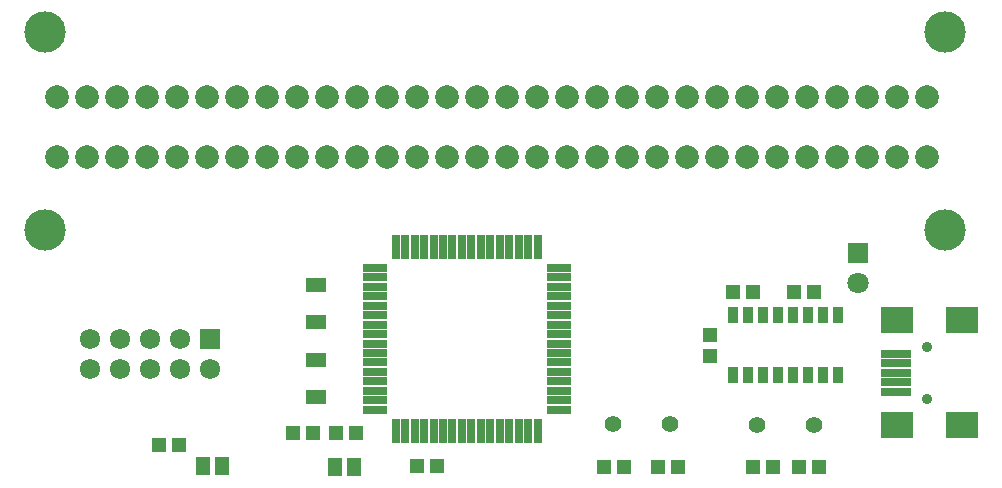
<source format=gbr>
G04 DipTrace 3.3.1.3*
G04 TopMask.gbr*
%MOIN*%
G04 #@! TF.FileFunction,Soldermask,Top*
G04 #@! TF.Part,Single*
%ADD37C,0.137795*%
%ADD38C,0.035433*%
%ADD43C,0.055874*%
%ADD45R,0.032874X0.057874*%
%ADD47R,0.027559X0.07874*%
%ADD49R,0.07874X0.027559*%
%ADD51R,0.066929X0.047244*%
%ADD53R,0.067874X0.067874*%
%ADD55C,0.067874*%
%ADD57R,0.106299X0.086614*%
%ADD59R,0.098425X0.027559*%
%ADD61C,0.07874*%
%ADD63R,0.047244X0.064961*%
%ADD65C,0.070866*%
%ADD67R,0.070866X0.070866*%
%ADD69R,0.047244X0.051181*%
%ADD71R,0.051181X0.047244*%
%FSLAX26Y26*%
G04*
G70*
G90*
G75*
G01*
G04 TopMask*
%LPD*%
D71*
X2906290Y1037469D3*
X2839361D3*
X1784320Y458311D3*
X1851249D3*
D69*
X2762541Y893718D3*
Y826789D3*
D67*
X3256201Y1168701D3*
D65*
Y1068701D3*
D71*
X2588697Y454123D3*
X2655626D3*
X2906290Y456218D3*
X2973219D3*
X3125039D3*
X3058110D3*
X3042282Y1037564D3*
X3109211D3*
X2476197Y454123D3*
X2409268D3*
D63*
X1513278Y456495D3*
X1576270D3*
X1072781Y458252D3*
X1135773D3*
D37*
X3543701Y1906201D3*
Y1243701D3*
X543701Y1906201D3*
Y1243701D3*
D61*
X3484753Y1687297D3*
Y1487297D3*
X3384753Y1687297D3*
Y1487297D3*
X2984753Y1687297D3*
Y1487297D3*
X2884753Y1687297D3*
Y1487297D3*
X2784753Y1687297D3*
Y1487297D3*
X2484753D3*
Y1687297D3*
X2384753D3*
Y1487297D3*
X1984753D3*
X1884753D3*
X1784753D3*
X1684753D3*
X1584753D3*
X584753D3*
X684753D3*
X784753D3*
X884753D3*
X984753D3*
X1084753D3*
X1184753D3*
X1284753D3*
X1384753D3*
X1484753D3*
X1984753Y1687297D3*
X1884753D3*
X1784753D3*
X1684753D3*
X1584753D3*
X1484753D3*
X1384753D3*
X1284753D3*
X1184753D3*
X1084753D3*
X984753D3*
X884753D3*
X784753D3*
X684753D3*
X584753D3*
X2084753Y1487297D3*
Y1687297D3*
X2184753D3*
Y1487297D3*
X2284753Y1687297D3*
Y1487297D3*
X2584753D3*
Y1687297D3*
X2684753D3*
Y1487297D3*
X3084753D3*
Y1687297D3*
X3184753Y1487297D3*
Y1687297D3*
X3284753Y1487297D3*
Y1687297D3*
D59*
X3381604Y706251D3*
Y737747D3*
Y769243D3*
Y800739D3*
Y832235D3*
D57*
X3385541Y594046D3*
Y944440D3*
X3602076Y594046D3*
Y944440D3*
D38*
X3483966Y682647D3*
Y855875D3*
D55*
X693701Y781201D3*
Y881201D3*
X793701D3*
Y781201D3*
X893701Y881201D3*
Y781201D3*
X993701Y881201D3*
Y781201D3*
X1093701D3*
D53*
Y881201D3*
D51*
X1449951Y687450D3*
X1449950Y1062450D3*
X1449951Y937451D3*
Y812451D3*
D71*
X1582029Y568995D3*
X1515100D3*
X1438114Y569501D3*
X1371185D3*
X992921Y528867D3*
X925992D3*
D49*
X1643701Y1118701D3*
Y1087205D3*
Y1055709D3*
Y1024213D3*
Y992717D3*
Y961220D3*
Y929724D3*
Y898228D3*
Y866732D3*
Y835236D3*
Y803740D3*
Y772244D3*
Y740748D3*
Y709252D3*
Y677756D3*
Y646260D3*
D47*
X1714567Y575394D3*
X1746063D3*
X1777559D3*
X1809055D3*
X1840551D3*
X1872047D3*
X1903543D3*
X1935039D3*
X1966535D3*
X1998031D3*
X2029528D3*
X2061024D3*
X2092520D3*
X2124016D3*
X2155512D3*
X2187008D3*
D49*
X2257874Y646260D3*
Y677756D3*
Y709252D3*
Y740748D3*
Y772244D3*
Y803740D3*
Y835236D3*
Y866732D3*
Y898228D3*
Y929724D3*
Y961220D3*
Y992717D3*
Y1024213D3*
Y1055709D3*
Y1087205D3*
Y1118701D3*
D47*
X2187008Y1189567D3*
X2155512D3*
X2124016D3*
X2092520D3*
X2061024D3*
X2029528D3*
X1998031D3*
X1966535D3*
X1935039D3*
X1903543D3*
X1872047D3*
X1840551D3*
X1809055D3*
X1777559D3*
X1746063D3*
X1714567D3*
D45*
X2837541Y762467D3*
X2887541D3*
X2937541D3*
X2987541D3*
X3037541D3*
X3087541D3*
X3137541D3*
X3187541D3*
Y962467D3*
X3137541D3*
X3087541D3*
X3037541D3*
X2987541D3*
X2937541D3*
X2887541D3*
X2837541D3*
D43*
X2918790Y593718D3*
X3108790D3*
X2628697Y597873D3*
X2438697D3*
M02*

</source>
